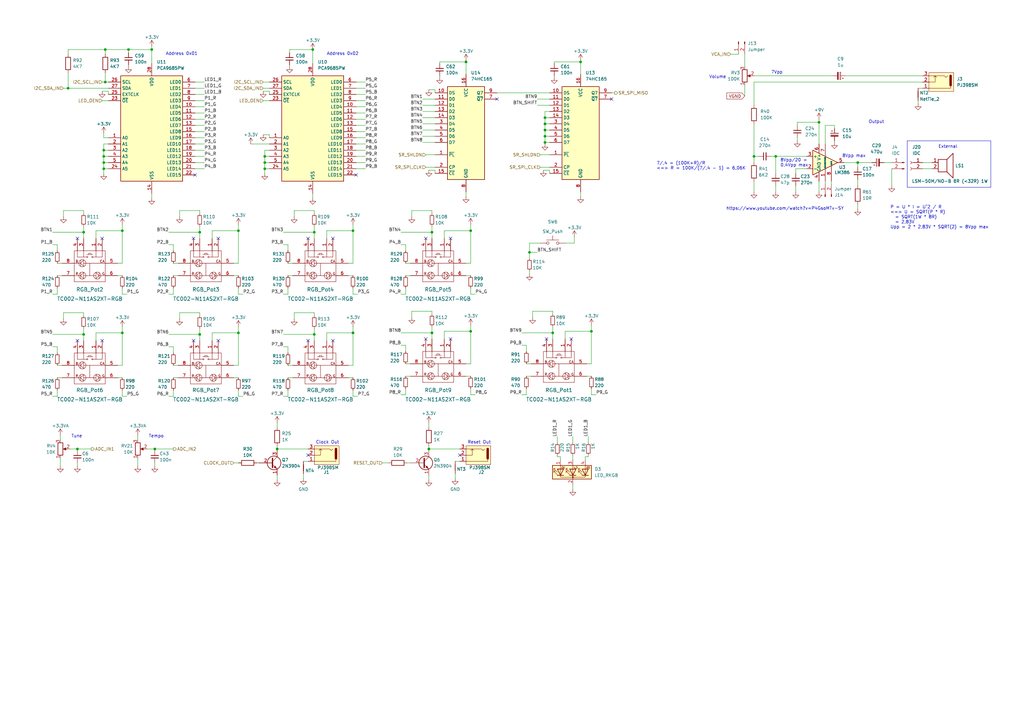
<source format=kicad_sch>
(kicad_sch (version 20230121) (generator eeschema)
  (paper "A3")
  (title_block (title "LivSynth - IO") (date "2022-07-18") (rev "${Version}") (company "SloBlo Labs"))
  (junction (at 144.78 94.615))
  (junction (at 108.585 66.675))
  (junction (at 42.545 64.135))
  (junction (at 62.23 20.32))
  (junction (at 52.705 20.32))
  (junction (at 34.29 95.25))
  (junction (at 42.545 66.675))
  (junction (at 97.79 94.615))
  (junction (at 175.895 184.15))
  (junction (at 42.545 69.215))
  (junction (at 128.27 20.32))
  (junction (at 128.905 137.16))
  (junction (at 223.52 58.42))
  (junction (at 242.57 135.89))
  (junction (at 351.79 66.675))
  (junction (at 97.79 136.525))
  (junction (at 238.125 25.4))
  (junction (at 335.915 50.165))
  (junction (at 81.915 137.16))
  (junction (at 27.94 36.195))
  (junction (at 177.165 136.525))
  (junction (at 226.695 136.525))
  (junction (at 31.75 184.15))
  (junction (at 108.585 64.135))
  (junction (at 193.04 94.615))
  (junction (at 223.52 50.8))
  (junction (at 81.915 95.25))
  (junction (at 318.135 64.135))
  (junction (at 43.18 33.655))
  (junction (at 113.665 184.15))
  (junction (at 191.135 25.4))
  (junction (at 144.78 136.525))
  (junction (at 50.165 136.525))
  (junction (at 177.165 95.25))
  (junction (at 42.545 61.595))
  (junction (at 50.165 94.615))
  (junction (at 128.905 95.25))
  (junction (at 43.18 20.32))
  (junction (at 193.04 135.89))
  (junction (at 63.5 184.15))
  (junction (at 217.17 103.505))
  (junction (at 309.245 64.135))
  (junction (at 223.52 48.26))
  (junction (at 34.29 137.16))
  (junction (at 108.585 69.215))
  (junction (at 223.52 53.34))
  (junction (at 223.52 55.88))
  (no_connect (at 234.315 139.065))
  (no_connect (at 224.155 139.065))
  (no_connect (at 79.375 97.79))
  (no_connect (at 203.835 40.64))
  (no_connect (at 80.01 71.755))
  (no_connect (at 31.75 97.79))
  (no_connect (at 41.91 97.79))
  (no_connect (at 126.365 139.7))
  (no_connect (at 188.595 186.69))
  (no_connect (at 89.535 97.79))
  (no_connect (at 184.785 97.79))
  (no_connect (at 250.825 40.64))
  (no_connect (at 31.75 139.7))
  (no_connect (at 136.525 139.7))
  (no_connect (at 184.785 139.065))
  (no_connect (at 41.91 139.7))
  (no_connect (at 146.05 71.755))
  (no_connect (at 126.365 186.69))
  (no_connect (at 126.365 97.79))
  (no_connect (at 136.525 97.79))
  (no_connect (at 79.375 139.7))
  (no_connect (at 89.535 139.7))
  (no_connect (at 174.625 97.79))
  (no_connect (at 174.625 139.065))
  (wire (pts (xy 173.355 55.88) (xy 178.435 55.88)))
  (wire (pts (xy 144.78 136.525) (xy 144.78 133.985)))
  (wire (pts (xy 309.245 64.135) (xy 311.15 64.135)))
  (wire (pts (xy 39.37 94.615) (xy 50.165 94.615)))
  (wire (pts (xy 34.29 128.27) (xy 34.29 129.54)))
  (wire (pts (xy 335.915 48.895) (xy 335.915 50.165)))
  (wire (pts (xy 221.615 63.5) (xy 225.425 63.5)))
  (wire (pts (xy 43.18 29.845) (xy 43.18 33.655)))
  (wire (pts (xy 240.665 149.225) (xy 242.57 149.225)))
  (wire (pts (xy 99.695 120.65) (xy 97.79 120.65)))
  (wire (pts (xy 175.895 194.945) (xy 175.895 196.85)))
  (wire (pts (xy 34.29 86.36) (xy 34.29 87.63)))
  (wire (pts (xy 203.835 38.1) (xy 225.425 38.1)))
  (wire (pts (xy 69.215 120.65) (xy 71.12 120.65)))
  (wire (pts (xy 69.215 100.33) (xy 71.12 100.33)))
  (wire (pts (xy 142.875 107.95) (xy 144.78 107.95)))
  (wire (pts (xy 80.01 51.435) (xy 83.82 51.435)))
  (wire (pts (xy 182.245 135.89) (xy 182.245 139.065)))
  (wire (pts (xy 242.57 161.925) (xy 242.57 159.385)))
  (wire (pts (xy 128.905 95.25) (xy 128.905 97.79)))
  (wire (pts (xy 42.545 69.215) (xy 44.45 69.215)))
  (wire (pts (xy 146.05 48.895) (xy 149.86 48.895)))
  (wire (pts (xy 220.345 43.18) (xy 225.425 43.18)))
  (wire (pts (xy 191.135 78.74) (xy 191.135 80.645)))
  (wire (pts (xy 305.435 22.225) (xy 305.435 27.305)))
  (wire (pts (xy 166.37 161.925) (xy 166.37 159.385)))
  (wire (pts (xy 193.04 94.615) (xy 193.04 107.95)))
  (wire (pts (xy 95.885 107.95) (xy 97.79 107.95)))
  (wire (pts (xy 21.59 95.25) (xy 34.29 95.25)))
  (wire (pts (xy 56.515 178.435) (xy 56.515 180.34)))
  (wire (pts (xy 318.135 64.135) (xy 318.135 71.12)))
  (wire (pts (xy 146.05 51.435) (xy 149.86 51.435)))
  (wire (pts (xy 191.135 154.305) (xy 193.04 154.305)))
  (wire (pts (xy 42.545 66.675) (xy 42.545 64.135)))
  (wire (pts (xy 241.3 187.325) (xy 241.3 186.69)))
  (wire (pts (xy 113.665 182.88) (xy 113.665 184.15)))
  (wire (pts (xy 250.825 38.1) (xy 252.095 38.1)))
  (wire (pts (xy 299.72 22.225) (xy 302.895 22.225)))
  (wire (pts (xy 81.915 95.25) (xy 81.915 97.79)))
  (wire (pts (xy 166.37 120.65) (xy 166.37 118.11)))
  (wire (pts (xy 217.17 103.505) (xy 220.345 103.505)))
  (wire (pts (xy 215.9 141.605) (xy 215.9 144.145)))
  (wire (pts (xy 327.025 51.435) (xy 327.025 50.165)))
  (wire (pts (xy 241.3 179.07) (xy 241.3 181.61)))
  (wire (pts (xy 142.875 113.03) (xy 144.78 113.03)))
  (wire (pts (xy 133.985 94.615) (xy 144.78 94.615)))
  (wire (pts (xy 175.895 184.15) (xy 175.895 184.785)))
  (wire (pts (xy 326.39 76.2) (xy 326.39 78.74)))
  (wire (pts (xy 378.46 69.215) (xy 382.27 69.215)))
  (wire (pts (xy 342.265 51.435) (xy 342.265 52.705)))
  (wire (pts (xy 52.705 26.67) (xy 52.705 27.305)))
  (wire (pts (xy 318.135 76.2) (xy 318.135 78.74)))
  (wire (pts (xy 164.465 120.65) (xy 166.37 120.65)))
  (wire (pts (xy 238.125 78.74) (xy 238.125 80.645)))
  (wire (pts (xy 217.17 111.125) (xy 217.17 112.395)))
  (wire (pts (xy 23.495 162.56) (xy 23.495 160.02)))
  (wire (pts (xy 194.945 161.925) (xy 193.04 161.925)))
  (wire (pts (xy 128.905 128.27) (xy 128.905 129.54)))
  (wire (pts (xy 31.75 184.15) (xy 31.75 184.785)))
  (wire (pts (xy 234.95 186.69) (xy 234.95 188.595)))
  (wire (pts (xy 193.04 120.65) (xy 193.04 118.11)))
  (wire (pts (xy 24.765 178.435) (xy 24.765 180.34)))
  (wire (pts (xy 26.035 36.195) (xy 27.94 36.195)))
  (wire (pts (xy 50.165 136.525) (xy 50.165 133.985)))
  (wire (pts (xy 69.215 95.25) (xy 81.915 95.25)))
  (wire (pts (xy 177.165 86.36) (xy 177.165 87.63)))
  (wire (pts (xy 95.885 154.94) (xy 97.79 154.94)))
  (wire (pts (xy 166.37 154.305) (xy 168.275 154.305)))
  (wire (pts (xy 113.665 184.15) (xy 113.665 184.785)))
  (wire (pts (xy 97.79 136.525) (xy 97.79 149.86)))
  (wire (pts (xy 102.87 59.055) (xy 110.49 59.055)))
  (wire (pts (xy 305.435 34.925) (xy 305.435 39.37)))
  (wire (pts (xy 80.01 66.675) (xy 83.82 66.675)))
  (wire (pts (xy 156.845 189.865) (xy 159.385 189.865)))
  (wire (pts (xy 116.205 95.25) (xy 128.905 95.25)))
  (wire (pts (xy 191.135 107.95) (xy 193.04 107.95)))
  (polyline (pts (xy 372.11 57.785) (xy 406.4 57.785)))
  (wire (pts (xy 226.695 136.525) (xy 226.695 139.065)))
  (wire (pts (xy 26.035 88.9) (xy 26.035 86.36)))
  (wire (pts (xy 335.915 50.165) (xy 335.915 59.055)))
  (wire (pts (xy 80.01 69.215) (xy 83.82 69.215)))
  (wire (pts (xy 73.66 128.27) (xy 81.915 128.27)))
  (wire (pts (xy 142.875 154.94) (xy 144.78 154.94)))
  (wire (pts (xy 164.465 95.25) (xy 177.165 95.25)))
  (wire (pts (xy 80.01 43.815) (xy 83.82 43.815)))
  (wire (pts (xy 223.52 50.8) (xy 223.52 48.26)))
  (wire (pts (xy 240.665 154.305) (xy 242.57 154.305)))
  (wire (pts (xy 80.01 59.055) (xy 83.82 59.055)))
  (wire (pts (xy 23.495 149.86) (xy 25.4 149.86)))
  (wire (pts (xy 39.37 136.525) (xy 39.37 139.7)))
  (wire (pts (xy 168.91 86.36) (xy 177.165 86.36)))
  (wire (pts (xy 128.27 79.375) (xy 128.27 81.28)))
  (wire (pts (xy 23.495 107.95) (xy 25.4 107.95)))
  (wire (pts (xy 177.165 127.635) (xy 177.165 128.905)))
  (wire (pts (xy 146.685 120.65) (xy 144.78 120.65)))
  (wire (pts (xy 128.905 134.62) (xy 128.905 137.16)))
  (wire (pts (xy 223.52 48.26) (xy 223.52 45.72)))
  (wire (pts (xy 42.545 64.135) (xy 44.45 64.135)))
  (wire (pts (xy 213.995 161.925) (xy 215.9 161.925)))
  (wire (pts (xy 327.025 50.165) (xy 335.915 50.165)))
  (wire (pts (xy 144.78 120.65) (xy 144.78 118.11)))
  (wire (pts (xy 174.625 63.5) (xy 178.435 63.5)))
  (wire (pts (xy 118.11 107.95) (xy 120.015 107.95)))
  (wire (pts (xy 120.65 88.9) (xy 120.65 86.36)))
  (wire (pts (xy 62.23 19.05) (xy 62.23 20.32)))
  (wire (pts (xy 351.79 66.675) (xy 357.505 66.675)))
  (wire (pts (xy 128.27 20.32) (xy 128.27 26.035)))
  (wire (pts (xy 113.665 173.355) (xy 113.665 175.26)))
  (wire (pts (xy 86.995 94.615) (xy 86.995 97.79)))
  (wire (pts (xy 166.37 100.33) (xy 166.37 102.87)))
  (wire (pts (xy 27.94 29.845) (xy 27.94 36.195)))
  (wire (pts (xy 173.355 45.72) (xy 178.435 45.72)))
  (wire (pts (xy 193.04 135.89) (xy 193.04 133.35)))
  (wire (pts (xy 124.46 189.23) (xy 126.365 189.23)))
  (wire (pts (xy 120.65 130.81) (xy 120.65 128.27)))
  (wire (pts (xy 34.29 95.25) (xy 34.29 97.79)))
  (wire (pts (xy 180.34 25.4) (xy 191.135 25.4)))
  (wire (pts (xy 63.5 189.865) (xy 63.5 191.135)))
  (wire (pts (xy 240.03 187.325) (xy 241.3 187.325)))
  (wire (pts (xy 60.325 184.15) (xy 63.5 184.15)))
  (wire (pts (xy 27.94 20.32) (xy 43.18 20.32)))
  (wire (pts (xy 108.585 61.595) (xy 110.49 61.595)))
  (wire (pts (xy 175.895 36.83) (xy 178.435 36.83)))
  (wire (pts (xy 191.135 149.225) (xy 193.04 149.225)))
  (wire (pts (xy 146.05 61.595) (xy 149.86 61.595)))
  (wire (pts (xy 107.95 41.275) (xy 110.49 41.275)))
  (wire (pts (xy 231.775 135.89) (xy 231.775 139.065)))
  (wire (pts (xy 97.79 94.615) (xy 97.79 107.95)))
  (wire (pts (xy 177.165 136.525) (xy 177.165 139.065)))
  (wire (pts (xy 223.52 53.34) (xy 225.425 53.34)))
  (wire (pts (xy 193.04 92.075) (xy 193.04 94.615)))
  (wire (pts (xy 23.495 113.03) (xy 25.4 113.03)))
  (wire (pts (xy 223.52 48.26) (xy 225.425 48.26)))
  (wire (pts (xy 86.995 94.615) (xy 97.79 94.615)))
  (wire (pts (xy 222.885 69.85) (xy 225.425 69.85)))
  (wire (pts (xy 146.05 56.515) (xy 149.86 56.515)))
  (wire (pts (xy 215.9 149.225) (xy 217.805 149.225)))
  (wire (pts (xy 167.005 189.865) (xy 168.275 189.865)))
  (wire (pts (xy 50.165 162.56) (xy 50.165 160.02)))
  (wire (pts (xy 168.91 88.9) (xy 168.91 86.36)))
  (wire (pts (xy 52.705 20.32) (xy 52.705 21.59)))
  (wire (pts (xy 81.915 92.71) (xy 81.915 95.25)))
  (wire (pts (xy 34.29 134.62) (xy 34.29 137.16)))
  (wire (pts (xy 231.775 135.89) (xy 242.57 135.89)))
  (wire (pts (xy 223.52 50.8) (xy 225.425 50.8)))
  (wire (pts (xy 144.78 162.56) (xy 144.78 160.02)))
  (wire (pts (xy 173.355 48.26) (xy 178.435 48.26)))
  (wire (pts (xy 73.66 86.36) (xy 81.915 86.36)))
  (wire (pts (xy 21.59 162.56) (xy 23.495 162.56)))
  (wire (pts (xy 229.87 187.325) (xy 228.6 187.325)))
  (wire (pts (xy 238.125 25.4) (xy 238.125 30.48)))
  (wire (pts (xy 142.875 149.86) (xy 144.78 149.86)))
  (wire (pts (xy 118.745 26.67) (xy 118.745 27.305)))
  (wire (pts (xy 86.995 136.525) (xy 97.79 136.525)))
  (wire (pts (xy 71.12 162.56) (xy 71.12 160.02)))
  (wire (pts (xy 234.95 198.755) (xy 234.95 200.66)))
  (wire (pts (xy 193.04 161.925) (xy 193.04 159.385)))
  (wire (pts (xy 213.995 141.605) (xy 215.9 141.605)))
  (wire (pts (xy 42.545 59.055) (xy 44.45 59.055)))
  (wire (pts (xy 44.45 37.465) (xy 44.45 38.735)))
  (wire (pts (xy 56.515 187.96) (xy 56.515 191.135)))
  (wire (pts (xy 223.52 58.42) (xy 223.52 55.88)))
  (wire (pts (xy 107.95 36.195) (xy 110.49 36.195)))
  (wire (pts (xy 21.59 100.33) (xy 23.495 100.33)))
  (wire (pts (xy 116.205 162.56) (xy 118.11 162.56)))
  (wire (pts (xy 50.165 136.525) (xy 50.165 149.86)))
  (wire (pts (xy 338.455 51.435) (xy 342.265 51.435)))
  (wire (pts (xy 173.355 40.64) (xy 178.435 40.64)))
  (wire (pts (xy 166.37 141.605) (xy 166.37 144.145)))
  (wire (pts (xy 309.245 33.655) (xy 378.46 33.655)))
  (wire (pts (xy 113.665 184.15) (xy 126.365 184.15)))
  (wire (pts (xy 62.23 20.32) (xy 62.23 26.035)))
  (wire (pts (xy 228.6 179.07) (xy 228.6 181.61)))
  (wire (pts (xy 178.435 69.85) (xy 178.435 71.12)))
  (wire (pts (xy 231.775 99.695) (xy 235.585 99.695)))
  (wire (pts (xy 110.49 55.245) (xy 110.49 56.515)))
  (wire (pts (xy 69.215 137.16) (xy 81.915 137.16)))
  (wire (pts (xy 318.135 64.135) (xy 330.835 64.135)))
  (wire (pts (xy 164.465 141.605) (xy 166.37 141.605)))
  (wire (pts (xy 118.745 20.32) (xy 128.27 20.32)))
  (wire (pts (xy 69.215 142.24) (xy 71.12 142.24)))
  (wire (pts (xy 335.915 74.295) (xy 335.915 78.74)))
  (wire (pts (xy 50.165 107.95) (xy 50.165 94.615)))
  (wire (pts (xy 23.495 154.94) (xy 25.4 154.94)))
  (wire (pts (xy 146.05 59.055) (xy 149.86 59.055)))
  (wire (pts (xy 326.39 69.215) (xy 330.835 69.215)))
  (wire (pts (xy 97.79 136.525) (xy 97.79 133.985)))
  (wire (pts (xy 43.18 20.32) (xy 43.18 22.225)))
  (wire (pts (xy 217.17 99.695) (xy 217.17 103.505)))
  (wire (pts (xy 80.01 64.135) (xy 83.82 64.135)))
  (wire (pts (xy 118.11 100.33) (xy 118.11 102.87)))
  (wire (pts (xy 80.01 41.275) (xy 83.82 41.275)))
  (wire (pts (xy 108.585 64.135) (xy 110.49 64.135)))
  (wire (pts (xy 340.995 74.295) (xy 340.995 75.565)))
  (wire (pts (xy 146.05 43.815) (xy 149.86 43.815)))
  (wire (pts (xy 186.69 194.31) (xy 186.69 196.215)))
  (wire (pts (xy 164.465 161.925) (xy 166.37 161.925)))
  (wire (pts (xy 80.01 38.735) (xy 83.82 38.735)))
  (wire (pts (xy 229.87 188.595) (xy 229.87 187.325)))
  (wire (pts (xy 23.495 120.65) (xy 23.495 118.11)))
  (wire (pts (xy 80.01 61.595) (xy 83.82 61.595)))
  (wire (pts (xy 133.985 94.615) (xy 133.985 97.79)))
  (wire (pts (xy 42.545 66.675) (xy 44.45 66.675)))
  (wire (pts (xy 173.355 50.8) (xy 178.435 50.8)))
  (wire (pts (xy 105.41 189.865) (xy 106.045 189.865)))
  (wire (pts (xy 69.215 162.56) (xy 71.12 162.56)))
  (wire (pts (xy 166.37 113.03) (xy 168.275 113.03)))
  (wire (pts (xy 42.545 64.135) (xy 42.545 61.595)))
  (wire (pts (xy 63.5 184.15) (xy 63.5 184.785)))
  (wire (pts (xy 146.05 69.215) (xy 149.86 69.215)))
  (wire (pts (xy 116.205 142.24) (xy 118.11 142.24)))
  (wire (pts (xy 108.585 64.135) (xy 108.585 61.595)))
  (wire (pts (xy 41.91 33.655) (xy 43.18 33.655)))
  (wire (pts (xy 116.205 100.33) (xy 118.11 100.33)))
  (wire (pts (xy 42.545 61.595) (xy 44.45 61.595)))
  (wire (pts (xy 118.745 20.32) (xy 118.745 21.59)))
  (wire (pts (xy 133.985 136.525) (xy 133.985 139.7)))
  (wire (pts (xy 234.95 179.07) (xy 234.95 181.61)))
  (wire (pts (xy 223.52 55.88) (xy 225.425 55.88)))
  (wire (pts (xy 164.465 100.33) (xy 166.37 100.33)))
  (wire (pts (xy 62.23 79.375) (xy 62.23 81.28)))
  (wire (pts (xy 217.17 106.045) (xy 217.17 103.505)))
  (wire (pts (xy 120.65 86.36) (xy 128.905 86.36)))
  (wire (pts (xy 43.18 33.655) (xy 44.45 33.655)))
  (wire (pts (xy 182.245 135.89) (xy 193.04 135.89)))
  (wire (pts (xy 175.895 173.355) (xy 175.895 175.26)))
  (polyline (pts (xy 372.11 76.835) (xy 406.4 76.835)))
  (wire (pts (xy 128.905 86.36) (xy 128.905 87.63)))
  (wire (pts (xy 26.035 128.27) (xy 34.29 128.27)))
  (wire (pts (xy 180.34 31.115) (xy 180.34 31.75)))
  (wire (pts (xy 23.495 142.24) (xy 23.495 144.78)))
  (wire (pts (xy 226.695 127.635) (xy 226.695 128.905)))
  (wire (pts (xy 50.165 94.615) (xy 50.165 92.075)))
  (wire (pts (xy 118.11 142.24) (xy 118.11 144.78)))
  (wire (pts (xy 52.07 162.56) (xy 50.165 162.56)))
  (wire (pts (xy 128.905 92.71) (xy 128.905 95.25)))
  (wire (pts (xy 28.575 184.15) (xy 31.75 184.15)))
  (wire (pts (xy 116.205 137.16) (xy 128.905 137.16)))
  (wire (pts (xy 108.585 66.675) (xy 108.585 64.135)))
  (wire (pts (xy 191.135 25.4) (xy 191.135 30.48)))
  (wire (pts (xy 309.245 50.8) (xy 309.245 64.135)))
  (wire (pts (xy 223.52 55.88) (xy 223.52 53.34)))
  (wire (pts (xy 97.79 120.65) (xy 97.79 118.11)))
  (wire (pts (xy 175.895 182.88) (xy 175.895 184.15)))
  (wire (pts (xy 97.79 162.56) (xy 97.79 160.02)))
  (wire (pts (xy 178.435 36.83) (xy 178.435 38.1)))
  (wire (pts (xy 175.895 69.85) (xy 178.435 69.85)))
  (wire (pts (xy 173.355 43.18) (xy 178.435 43.18)))
  (wire (pts (xy 217.17 99.695) (xy 221.615 99.695)))
  (wire (pts (xy 365.76 76.2) (xy 365.76 69.215)))
  (wire (pts (xy 326.39 71.12) (xy 326.39 69.215)))
  (wire (pts (xy 144.78 136.525) (xy 144.78 149.86)))
  (wire (pts (xy 218.44 130.175) (xy 218.44 127.635)))
  (wire (pts (xy 26.035 86.36) (xy 34.29 86.36)))
  (wire (pts (xy 95.885 113.03) (xy 97.79 113.03)))
  (wire (pts (xy 80.01 48.895) (xy 83.82 48.895)))
  (wire (pts (xy 71.12 100.33) (xy 71.12 102.87)))
  (wire (pts (xy 108.585 66.675) (xy 110.49 66.675)))
  (wire (pts (xy 174.625 68.58) (xy 178.435 68.58)))
  (wire (pts (xy 71.12 113.03) (xy 73.025 113.03)))
  (wire (pts (xy 71.12 149.86) (xy 73.025 149.86)))
  (wire (pts (xy 108.585 71.12) (xy 108.585 69.215)))
  (wire (pts (xy 223.52 53.34) (xy 223.52 50.8)))
  (wire (pts (xy 227.33 26.035) (xy 227.33 25.4)))
  (wire (pts (xy 309.245 33.655) (xy 309.245 43.18)))
  (wire (pts (xy 80.01 46.355) (xy 83.82 46.355)))
  (wire (pts (xy 191.135 24.765) (xy 191.135 25.4)))
  (wire (pts (xy 80.01 36.195) (xy 83.82 36.195)))
  (wire (pts (xy 27.94 22.225) (xy 27.94 20.32)))
  (wire (pts (xy 164.465 136.525) (xy 177.165 136.525)))
  (wire (pts (xy 80.01 56.515) (xy 83.82 56.515)))
  (wire (pts (xy 327.025 56.515) (xy 327.025 57.785)))
  (wire (pts (xy 182.245 94.615) (xy 193.04 94.615)))
  (wire (pts (xy 220.345 40.64) (xy 225.425 40.64)))
  (wire (pts (xy 21.59 137.16) (xy 34.29 137.16)))
  (wire (pts (xy 215.9 154.305) (xy 217.805 154.305)))
  (wire (pts (xy 235.585 97.155) (xy 235.585 99.695)))
  (wire (pts (xy 215.9 161.925) (xy 215.9 159.385)))
  (wire (pts (xy 43.18 20.32) (xy 52.705 20.32)))
  (wire (pts (xy 309.245 64.135) (xy 309.245 66.675)))
  (wire (pts (xy 146.05 33.655) (xy 149.86 33.655)))
  (wire (pts (xy 146.05 36.195) (xy 149.86 36.195)))
  (wire (pts (xy 338.455 74.295) (xy 338.455 75.565)))
  (wire (pts (xy 309.245 74.295) (xy 309.245 78.74)))
  (wire (pts (xy 168.91 130.175) (xy 168.91 127.635)))
  (wire (pts (xy 228.6 187.325) (xy 228.6 186.69)))
  (wire (pts (xy 42.545 71.12) (xy 42.545 69.215)))
  (wire (pts (xy 144.78 94.615) (xy 144.78 92.075)))
  (wire (pts (xy 27.94 36.195) (xy 44.45 36.195)))
  (wire (pts (xy 97.79 94.615) (xy 97.79 92.075)))
  (wire (pts (xy 180.34 26.035) (xy 180.34 25.4)))
  (wire (pts (xy 146.05 41.275) (xy 149.86 41.275)))
  (wire (pts (xy 177.165 95.25) (xy 177.165 97.79)))
  (wire (pts (xy 118.11 120.65) (xy 118.11 118.11)))
  (wire (pts (xy 39.37 94.615) (xy 39.37 97.79)))
  (wire (pts (xy 23.495 100.33) (xy 23.495 102.87)))
  (wire (pts (xy 116.205 120.65) (xy 118.11 120.65)))
  (wire (pts (xy 242.57 135.89) (xy 242.57 149.225)))
  (wire (pts (xy 194.945 120.65) (xy 193.04 120.65)))
  (wire (pts (xy 351.79 83.82) (xy 351.79 85.725)))
  (wire (pts (xy 21.59 120.65) (xy 23.495 120.65)))
  (wire (pts (xy 63.5 184.15) (xy 71.12 184.15)))
  (wire (pts (xy 124.46 194.31) (xy 124.46 196.215)))
  (wire (pts (xy 173.355 53.34) (xy 178.435 53.34)))
  (wire (pts (xy 362.585 66.675) (xy 365.76 66.675)))
  (wire (pts (xy 342.265 57.785) (xy 342.265 58.42)))
  (wire (pts (xy 108.585 69.215) (xy 108.585 66.675)))
  (wire (pts (xy 107.95 37.465) (xy 110.49 37.465)))
  (wire (pts (xy 193.04 135.89) (xy 193.04 149.225)))
  (wire (pts (xy 80.01 33.655) (xy 83.82 33.655)))
  (wire (pts (xy 110.49 37.465) (xy 110.49 38.735)))
  (wire (pts (xy 26.035 130.81) (xy 26.035 128.27)))
  (wire (pts (xy 146.685 162.56) (xy 144.78 162.56)))
  (wire (pts (xy 351.79 73.66) (xy 351.79 76.2)))
  (wire (pts (xy 221.615 68.58) (xy 225.425 68.58)))
  (wire (pts (xy 351.79 66.675) (xy 351.79 68.58)))
  (wire (pts (xy 42.545 61.595) (xy 42.545 59.055)))
  (wire (pts (xy 346.71 31.115) (xy 378.46 31.115)))
  (wire (pts (xy 31.75 189.865) (xy 31.75 191.135)))
  (wire (pts (xy 73.66 88.9) (xy 73.66 86.36)))
  (wire (pts (xy 346.075 66.675) (xy 351.79 66.675)))
  (wire (pts (xy 71.12 142.24) (xy 71.12 144.78)))
  (wire (pts (xy 191.135 113.03) (xy 193.04 113.03)))
  (wire (pts (xy 118.11 154.94) (xy 120.015 154.94)))
  (wire (pts (xy 168.91 127.635) (xy 177.165 127.635)))
  (polyline (pts (xy 406.4 76.835) (xy 406.4 57.785)))
  (wire (pts (xy 133.985 136.525) (xy 144.78 136.525)))
  (wire (pts (xy 34.29 92.71) (xy 34.29 95.25)))
  (wire (pts (xy 316.23 64.135) (xy 318.135 64.135)))
  (wire (pts (xy 99.695 162.56) (xy 97.79 162.56)))
  (wire (pts (xy 41.91 41.275) (xy 44.45 41.275)))
  (wire (pts (xy 31.75 184.15) (xy 37.465 184.15)))
  (polyline (pts (xy 372.11 57.785) (xy 372.11 76.835)))
  (wire (pts (xy 146.05 46.355) (xy 149.86 46.355)))
  (wire (pts (xy 52.07 120.65) (xy 50.165 120.65)))
  (wire (pts (xy 107.95 55.245) (xy 110.49 55.245)))
  (wire (pts (xy 182.245 94.615) (xy 182.245 97.79)))
  (wire (pts (xy 177.165 92.71) (xy 177.165 95.25)))
  (wire (pts (xy 227.33 25.4) (xy 238.125 25.4)))
  (wire (pts (xy 50.165 120.65) (xy 50.165 118.11)))
  (wire (pts (xy 108.585 69.215) (xy 110.49 69.215)))
  (wire (pts (xy 223.52 59.055) (xy 223.52 58.42)))
  (wire (pts (xy 146.05 53.975) (xy 149.86 53.975)))
  (wire (pts (xy 48.26 149.86) (xy 50.165 149.86)))
  (wire (pts (xy 376.555 36.195) (xy 378.46 36.195)))
  (wire (pts (xy 48.26 113.03) (xy 50.165 113.03)))
  (wire (pts (xy 113.665 194.945) (xy 113.665 196.85)))
  (wire (pts (xy 86.995 136.525) (xy 86.995 139.7)))
  (wire (pts (xy 95.885 189.865) (xy 97.79 189.865)))
  (wire (pts (xy 166.37 107.95) (xy 168.275 107.95)))
  (wire (pts (xy 71.12 154.94) (xy 73.025 154.94)))
  (wire (pts (xy 48.26 154.94) (xy 50.165 154.94)))
  (wire (pts (xy 225.425 69.85) (xy 225.425 71.12)))
  (wire (pts (xy 226.695 133.985) (xy 226.695 136.525)))
  (wire (pts (xy 146.05 66.675) (xy 149.86 66.675)))
  (wire (pts (xy 309.245 31.115) (xy 341.63 31.115)))
  (wire (pts (xy 34.29 137.16) (xy 34.29 139.7)))
  (wire (pts (xy 48.26 107.95) (xy 50.165 107.95)))
  (wire (pts (xy 175.895 184.15) (xy 188.595 184.15)))
  (wire (pts (xy 42.545 69.215) (xy 42.545 66.675)))
  (wire (pts (xy 81.915 137.16) (xy 81.915 139.7)))
  (wire (pts (xy 173.355 58.42) (xy 178.435 58.42)))
  (wire (pts (xy 186.69 189.23) (xy 188.595 189.23)))
  (wire (pts (xy 242.57 135.89) (xy 242.57 133.35)))
  (wire (pts (xy 223.52 45.72) (xy 225.425 45.72)))
  (wire (pts (xy 41.91 37.465) (xy 44.45 37.465)))
  (wire (pts (xy 80.01 53.975) (xy 83.82 53.975)))
  (wire (pts (xy 95.885 149.86) (xy 97.79 149.86)))
  (wire (pts (xy 146.05 64.135) (xy 149.86 64.135)))
  (wire (pts (xy 213.995 136.525) (xy 226.695 136.525)))
  (wire (pts (xy 378.46 66.675) (xy 382.27 66.675)))
  (wire (pts (xy 244.475 161.925) (xy 242.57 161.925)))
  (wire (pts (xy 120.65 128.27) (xy 128.905 128.27)))
  (wire (pts (xy 240.03 188.595) (xy 240.03 187.325)))
  (wire (pts (xy 24.765 187.96) (xy 24.765 191.135)))
  (wire (pts (xy 118.11 162.56) (xy 118.11 160.02)))
  (wire (pts (xy 71.12 120.65) (xy 71.12 118.11)))
  (wire (pts (xy 223.52 58.42) (xy 225.425 58.42)))
  (wire (pts (xy 81.915 134.62) (xy 81.915 137.16)))
  (wire (pts (xy 107.95 33.655) (xy 110.49 33.655)))
  (wire (pts (xy 81.915 86.36) (xy 81.915 87.63)))
  (wire (pts (xy 227.33 31.115) (xy 227.33 31.75)))
  (wire (pts (xy 118.11 149.86) (xy 120.015 149.86)))
  (wire (pts (xy 81.915 128.27) (xy 81.915 129.54)))
  (wire (pts (xy 73.66 130.81) (xy 73.66 128.27)))
  (wire (pts (xy 39.37 136.525) (xy 50.165 136.525)))
  (wire (pts (xy 71.12 107.95) (xy 73.025 107.95)))
  (wire (pts (xy 42.545 56.515) (xy 42.545 54.61)))
  (wire (pts (xy 376.555 41.275) (xy 376.555 42.545)))
  (wire (pts (xy 166.37 149.225) (xy 168.275 149.225)))
  (wire (pts (xy 338.455 59.055) (xy 338.455 51.435)))
  (wire (pts (xy 238.125 24.765) (xy 238.125 25.4)))
  (wire (pts (xy 52.705 20.32) (xy 62.23 20.32)))
  (wire (pts (xy 21.59 142.24) (xy 23.495 142.24)))
  (wire (pts (xy 218.44 127.635) (xy 226.695 127.635)))
  (wire (pts (xy 128.905 137.16) (xy 128.905 139.7)))
  (wire (pts (xy 44.45 56.515) (xy 42.545 56.515)))
  (wire (pts (xy 144.78 94.615) (xy 144.78 107.95)))
  (wire (pts (xy 177.165 133.985) (xy 177.165 136.525)))
  (wire (pts (xy 118.11 113.03) (xy 120.015 113.03)))
  (wire (pts (xy 146.05 38.735) (xy 149.86 38.735)))
  (text "Address 0x01" (at 67.945 22.86 0) (effects (font (size 1.27 1.27)) (justify left bottom)))
  (text "Clock Out" (at 129.54 182.245 0) (effects (font (size 1.27 1.27)) (justify left bottom)))
  (text "8Vpp/20 =\n0,4Vpp max" (at 320.04 68.58 0) (effects (font (size 1.27 1.27)) (justify left bottom)))
  (text "https://www.youtube.com/watch?v=P4GsoMTv-SY" (at 297.815 86.36 0) (effects (font (size 1.27 1.27)) (justify left bottom)))
  (text "Tempo" (at 60.96 179.705 0) (effects (font (size 1.27 1.27)) (justify left bottom)))
  (text "Tune" (at 29.21 179.705 0) (effects (font (size 1.27 1.27)) (justify left bottom)))
  (text "Output" (at 356.235 50.8 0) (effects (font (size 1.27 1.27)) (justify left bottom)))
  (text "7/,4 = (100K+R)/R\n<=> R = 100K/(7/,4 - 1) = 6,06K" (at 269.24 69.85 0) (effects (font (size 1.27 1.27)) (justify left bottom)))
  (text "Address 0x02" (at 133.985 22.86 0) (effects (font (size 1.27 1.27)) (justify left bottom)))
  (text "Volume" (at 290.83 32.385 0) (effects (font (size 1.27 1.27)) (justify left bottom)))
  (text "Reset Out" (at 191.77 182.245 0) (effects (font (size 1.27 1.27)) (justify left bottom)))
  (text "External" (at 384.81 60.96 0) (effects (font (size 1.27 1.27)) (justify left bottom)))
  (text "8Vpp max" (at 345.44 64.77 0) (effects (font (size 1.27 1.27)) (justify left bottom)))
  (text "P = U * I = U^2 / R\n<=> U = SQRT(P * R)\n  = SQRT(1W * 8R)\n  = 2,83V\nUpp = 2 * 2,83V * SQRT(2) = 8Vpp max" (at 365.125 93.98 0) (effects (font (size 1.27 1.27)) (justify left bottom)))
  (text "7Vpp" (at 316.23 30.48 0) (effects (font (size 1.27 1.27)) (justify left bottom)))
  (label "P2_R" (at 69.215 120.65 180))
  (label "P5_G" (at 149.86 36.195 0))
  (label "P3_G" (at 146.685 120.65 0))
  (label "P2_B" (at 69.215 100.33 180))
  (label "BTN4" (at 164.465 95.25 180))
  (label "LED1_B" (at 83.82 38.735 0))
  (label "P5_G" (at 52.07 162.56 0))
  (label "P2_B" (at 83.82 53.975 0))
  (label "P7_G" (at 146.685 162.56 0))
  (label "LED1_R" (at 228.6 179.07 90))
  (label "BTN1" (at 173.355 40.64 180))
  (label "P4_G" (at 194.945 120.65 0))
  (label "P6_B" (at 69.215 142.24 180))
  (label "P1_R" (at 21.59 120.65 180))
  (label "P6_G" (at 149.86 43.815 0))
  (label "P1_G" (at 52.07 120.65 0))
  (label "P4_B" (at 164.465 100.33 180))
  (label "BTN3" (at 116.205 95.25 180))
  (label "P6_R" (at 69.215 162.56 180))
  (label "P8_R" (at 164.465 161.925 180))
  (label "BTN4" (at 173.355 48.26 180))
  (label "P5_R" (at 149.86 33.655 0))
  (label "LED1_G" (at 83.82 36.195 0))
  (label "BTN5" (at 21.59 137.16 180))
  (label "P7_G" (at 149.86 51.435 0))
  (label "P8_R" (at 149.86 56.515 0))
  (label "P7_R" (at 149.86 48.895 0))
  (label "P3_G" (at 83.82 59.055 0))
  (label "BTN7" (at 116.205 137.16 180))
  (label "P7_B" (at 116.205 142.24 180))
  (label "BTN6" (at 69.215 137.16 180))
  (label "BTN2" (at 173.355 43.18 180))
  (label "P1_B" (at 83.82 46.355 0))
  (label "BTN_SHIFT" (at 220.345 103.505 0))
  (label "P5_R" (at 21.59 162.56 180))
  (label "P4_R" (at 83.82 64.135 0))
  (label "P5_B" (at 21.59 142.24 180))
  (label "P5_B" (at 149.86 38.735 0))
  (label "BTN8" (at 164.465 136.525 180))
  (label "P2_G" (at 99.695 120.65 0))
  (label "P9_B" (at 213.995 141.605 180))
  (label "P1_B" (at 21.59 100.33 180))
  (label "LED1_G" (at 234.95 179.07 90))
  (label "LED1_B" (at 241.3 179.07 90))
  (label "P6_R" (at 149.86 41.275 0))
  (label "BTN6" (at 173.355 53.34 180))
  (label "P2_R" (at 83.82 48.895 0))
  (label "P3_B" (at 83.82 61.595 0))
  (label "BTN1" (at 21.59 95.25 180))
  (label "BTN_SHIFT" (at 220.345 43.18 180))
  (label "P3_R" (at 116.205 120.65 180))
  (label "BTN3" (at 173.355 45.72 180))
  (label "P9_R" (at 149.86 64.135 0))
  (label "P3_R" (at 83.82 56.515 0))
  (label "P6_B" (at 149.86 46.355 0))
  (label "BTN5" (at 173.355 50.8 180))
  (label "BTN8" (at 173.355 58.42 180))
  (label "P2_G" (at 83.82 51.435 0))
  (label "P9_R" (at 213.995 161.925 180))
  (label "P9_G" (at 244.475 161.925 0))
  (label "P8_B" (at 149.86 61.595 0))
  (label "BTN9" (at 220.345 40.64 180))
  (label "P1_R" (at 83.82 41.275 0))
  (label "P9_B" (at 149.86 69.215 0))
  (label "P9_G" (at 149.86 66.675 0))
  (label "BTN2" (at 69.215 95.25 180))
  (label "P7_R" (at 116.205 162.56 180))
  (label "P8_G" (at 149.86 59.055 0))
  (label "BTN7" (at 173.355 55.88 180))
  (label "P8_G" (at 194.945 161.925 0))
  (label "BTN9" (at 213.995 136.525 180))
  (label "P4_R" (at 164.465 120.65 180))
  (label "P7_B" (at 149.86 53.975 0))
  (label "P1_G" (at 83.82 43.815 0))
  (label "LED1_R" (at 83.82 33.655 0))
  (label "P8_B" (at 164.465 141.605 180))
  (label "P6_G" (at 99.695 162.56 0))
  (label "P4_G" (at 83.82 66.675 0))
  (label "P3_B" (at 116.205 100.33 180))
  (label "P4_B" (at 83.82 69.215 0))
  (global_label "VGND" (shape input) (at 305.435 39.37 180) (property "Intersheetrefs" "${INTERSHEET_REFS}" (effects hide)))
  (hierarchical_label "ADC_IN2" (shape output) (at 71.12 184.15 0))
  (hierarchical_label "RESET_OUT" (shape input) (at 156.845 189.865 180))
  (hierarchical_label "LED_OEN" (shape input) (at 107.95 41.275 180))
  (hierarchical_label "SR_SPI_MISO" (shape output) (at 252.095 38.1 0))
  (hierarchical_label "I2C_SCL_IN" (shape input) (at 41.91 33.655 180))
  (hierarchical_label "CLOCK_OUT" (shape input) (at 95.885 189.865 180))
  (hierarchical_label "I2C_SDA_IN" (shape input) (at 107.95 36.195 180))
  (hierarchical_label "VCA_IN" (shape input) (at 299.72 22.225 180))
  (hierarchical_label "I2C_SDA_IN" (shape input) (at 26.035 36.195 180))
  (hierarchical_label "SR_SHLDN" (shape input) (at 174.625 63.5 180))
  (hierarchical_label "ADC_IN1" (shape output) (at 37.465 184.15 0))
  (hierarchical_label "SR_SHLDN" (shape input) (at 221.615 63.5 180))
  (hierarchical_label "LED_OEN" (shape input) (at 41.91 41.275 180))
  (hierarchical_label "SR_SPI_CLK" (shape input) (at 174.625 68.58 180))
  (hierarchical_label "SR_SPI_CLK" (shape input) (at 221.615 68.58 180))
  (hierarchical_label "I2C_SCL_IN" (shape input) (at 107.95 33.655 180))
  (symbol (lib_id "power:GND") (at 56.515 191.135 0) (unit 1)
    (property "Reference" "#PWR0120" (effects hide))
    (property "Value" "GND" (effects hide))
  )
  (symbol (lib_id "power:GND") (at 175.895 36.83 0) (unit 1)
    (property "Reference" "#PWR070" (effects hide))
    (property "Value" "GND" (effects hide))
  )
  (symbol (lib_id "power:GND") (at 175.895 69.85 0) (unit 1)
    (property "Reference" "#PWR080" (effects hide))
    (property "Value" "GND" (effects hide))
  )
  (symbol (lib_id "Device:R") (at 101.6 189.865 90) (unit 1)
    (property "Reference" "R30" (at 101.6 184.15 90))
    (property "Value" "10K" (at 101.6 186.69 90))
    (property "Footprint" "Resistor_THT:R_Axial_DIN0207_L6.3mm_D2.5mm_P7.62mm_Horizontal" (effects hide))
  )
  (symbol (lib_id "Driver_LED:PCA9685PW") (at 62.23 51.435 0) (unit 1)
    (property "Reference" "U11" (at 64.2494 25.4 0) (effects (justify left)))
    (property "Value" "PCA9685PW" (at 64.2494 27.94 0) (effects (justify left)))
    (property "Footprint" "Package_SO:TSSOP-28_4.4x9.7mm_P0.65mm" (effects hide))
    (property "Datasheet" "http://www.nxp.com/documents/data_sheet/PCA9685.pdf" (effects hide))
    (property "LCSC" "C2678753" (effects hide))
  )
  (symbol (lib_id "Device:R_Small") (at 193.04 156.845 0) (unit 1)
    (property "Reference" "R101" (at 194.31 155.575 0) (effects (justify left)))
    (property "Value" "220" (at 194.31 158.115 0) (effects (justify left)))
    (property "Footprint" "Resistor_THT:R_Axial_DIN0207_L6.3mm_D2.5mm_P7.62mm_Horizontal" (effects hide))
  )
  (symbol (lib_id "power:GND") (at 52.705 27.305 0) (unit 1)
    (property "Reference" "#PWR066" (effects hide))
    (property "Value" "GND" (effects hide))
  )
  (symbol (lib_id "Device:R") (at 163.195 189.865 90) (unit 1)
    (property "Reference" "R29" (at 163.195 184.15 90))
    (property "Value" "10K" (at 163.195 186.69 90))
    (property "Footprint" "Resistor_THT:R_Axial_DIN0207_L6.3mm_D2.5mm_P7.62mm_Horizontal" (effects hide))
  )
  (symbol (lib_id "Device:R_Small") (at 215.9 146.685 0) (unit 1)
    (property "Reference" "R91" (at 209.55 145.415 0) (effects (justify left)))
    (property "Value" "220" (at 209.55 147.955 0) (effects (justify left)))
    (property "Footprint" "Resistor_THT:R_Axial_DIN0207_L6.3mm_D2.5mm_P7.62mm_Horizontal" (effects hide))
  )
  (symbol (lib_id "Device:R_Small") (at 241.3 184.15 180) (unit 1)
    (property "Reference" "R16" (at 239.395 181.61 90) (effects (justify left)))
    (property "Value" "1K" (at 243.205 181.61 90) (effects (justify left)))
    (property "Footprint" "Resistor_THT:R_Axial_DIN0207_L6.3mm_D2.5mm_P7.62mm_Horizontal" (effects hide))
  )
  (symbol (lib_id "Device:R") (at 351.79 80.01 0) (unit 1)
    (property "Reference" "R61" (at 353.695 78.7399 0) (effects (justify left)))
    (property "Value" "10R" (at 353.695 81.2799 0) (effects (justify left)))
    (property "Footprint" "Resistor_THT:R_Axial_DIN0207_L6.3mm_D2.5mm_P7.62mm_Horizontal" (effects hide))
  )
  (symbol (lib_id "SloBlo:TC002-N11AS2XT-RGB") (at 131.445 109.22 0) (unit 1)
    (property "Reference" "RGB_Pot4" (at 131.445 118.745 0) (effects (font (size 1.524 1.524))))
    (property "Value" "TC002-N11AS2XT-RGB" (at 131.445 122.555 0) (effects (font (size 1.524 1.524))))
    (property "Footprint" "SloBlo:TC002-N11AS2XT-RGB" (effects hide))
  )
  (symbol (lib_id "Device:R_Small") (at 226.695 131.445 0) (unit 1)
    (property "Reference" "R89" (at 227.965 130.175 0) (effects (justify left)))
    (property "Value" "10K" (at 227.965 132.715 0) (effects (justify left)))
    (property "Footprint" "Resistor_THT:R_Axial_DIN0207_L6.3mm_D2.5mm_P7.62mm_Horizontal" (effects hide))
  )
  (symbol (lib_id "power:GND") (at 128.27 81.28 0) (unit 1)
    (property "Reference" "#PWR092" (effects hide))
    (property "Value" "GND" (effects hide))
  )
  (symbol (lib_id "Device:C_Polarized_Small") (at 344.17 31.115 270) (mirror x) (unit 1)
    (property "Reference" "C9" (at 344.7161 24.13 90))
    (property "Value" "1u" (at 344.7161 26.67 90))
    (property "Footprint" "Capacitor_THT:C_Rect_L7.2mm_W5.5mm_P5.00mm_FKS2_FKP2_MKS2_MKP2" (effects hide))
  )
  (symbol (lib_id "power:GND") (at 326.39 78.74 0) (unit 1)
    (property "Reference" "#PWR087" (effects hide))
    (property "Value" "GND" (effects hide))
  )
  (symbol (lib_id "Device:C_Small") (at 227.33 28.575 0) (unit 1)
    (property "Reference" "C61" (at 229.87 27.305 0) (effects (justify left)))
    (property "Value" "100n" (at 229.87 29.845 0) (effects (justify left)))
    (property "Footprint" "Capacitor_THT:C_Rect_L7.2mm_W2.5mm_P5.00mm_FKS2_FKP2_MKS2_MKP2" (effects hide))
  )
  (symbol (lib_id "Device:C_Small") (at 118.745 24.13 0) (unit 1)
    (property "Reference" "C58" (at 121.285 22.86 0) (effects (justify left)))
    (property "Value" "100n" (at 121.285 25.4 0) (effects (justify left)))
    (property "Footprint" "Capacitor_THT:C_Rect_L7.2mm_W2.5mm_P5.00mm_FKS2_FKP2_MKS2_MKP2" (effects hide))
  )
  (symbol (lib_id "power:+3.3V") (at 144.78 92.075 0) (unit 1)
    (property "Reference" "#PWR0100" (effects hide))
    (property "Value" "+3.3V" (at 144.78 88.265 0))
  )
  (symbol (lib_id "Device:R_Small") (at 118.11 105.41 0) (unit 1)
    (property "Reference" "R131" (at 111.76 104.14 0) (effects (justify left)))
    (property "Value" "220" (at 111.76 106.68 0) (effects (justify left)))
    (property "Footprint" "Resistor_THT:R_Axial_DIN0207_L6.3mm_D2.5mm_P7.62mm_Horizontal" (effects hide))
  )
  (symbol (lib_id "Device:C_Small") (at 326.39 73.66 180) (unit 1)
    (property "Reference" "C23" (at 328.295 72.39 0) (effects (justify right)))
    (property "Value" "270n" (at 328.295 74.93 0) (effects (justify right)))
    (property "Footprint" "Capacitor_THT:C_Rect_L7.2mm_W4.5mm_P5.00mm_FKS2_FKP2_MKS2_MKP2" (effects hide))
  )
  (symbol (lib_id "Device:R") (at 175.895 179.07 0) (unit 1)
    (property "Reference" "R27" (at 177.8 177.7999 0) (effects (justify left)))
    (property "Value" "1K" (at 177.8 180.3399 0) (effects (justify left)))
    (property "Footprint" "Resistor_THT:R_Axial_DIN0207_L6.3mm_D2.5mm_P7.62mm_Horizontal" (effects hide))
  )
  (symbol (lib_id "power:GND") (at 41.91 37.465 0) (unit 1)
    (property "Reference" "#PWR071" (effects hide))
    (property "Value" "GND" (effects hide))
  )
  (symbol (lib_id "power:GND") (at 191.135 80.645 0) (unit 1)
    (property "Reference" "#PWR089" (effects hide))
    (property "Value" "GND" (effects hide))
  )
  (symbol (lib_id "SloBlo:TC002-N11AS2XT-RGB") (at 131.445 151.13 0) (unit 1)
    (property "Reference" "RGB_Pot8" (at 131.445 160.02 0) (effects (font (size 1.524 1.524))))
    (property "Value" "TC002-N11AS2XT-RGB" (at 131.445 163.83 0) (effects (font (size 1.524 1.524))))
    (property "Footprint" "SloBlo:TC002-N11AS2XT-RGB" (effects hide))
  )
  (symbol (lib_id "Device:R_Small") (at 228.6 184.15 180) (unit 1)
    (property "Reference" "R14" (at 226.695 181.61 90) (effects (justify left)))
    (property "Value" "220" (at 230.505 181.61 90) (effects (justify left)))
    (property "Footprint" "Resistor_THT:R_Axial_DIN0207_L6.3mm_D2.5mm_P7.62mm_Horizontal" (effects hide))
  )
  (symbol (lib_id "SloBlo:PJ398SM_(Thonkiconn)") (at 191.135 186.69 180) (unit 1)
    (property "Reference" "J2" (at 196.215 193.675 0) (effects (justify right)))
    (property "Value" "PJ398SM" (at 192.405 191.77 0) (effects (justify right)))
    (property "Footprint" "SloBlo:Thonkiconn_PJ398SM" (effects hide))
    (property "Datasheet" "http://www.qingpu-electronics.com/en/products/WQP-PJ398SM-362.html" (effects hide))
  )
  (symbol (lib_id "power:GND") (at 351.79 85.725 0) (unit 1)
    (property "Reference" "#PWR093" (effects hide))
    (property "Value" "GND" (effects hide))
  )
  (symbol (lib_id "power:GND") (at 335.915 78.74 0) (unit 1)
    (property "Reference" "#PWR088" (effects hide))
    (property "Value" "GND" (effects hide))
  )
  (symbol (lib_id "Transistor_BJT:2N3904") (at 173.355 189.865 0) (unit 1)
    (property "Reference" "Q6" (at 177.8 188.595 0) (effects (justify left)))
    (property "Value" "2N3904" (at 177.8 191.135 0) (effects (justify left)))
    (property "Footprint" "Package_TO_SOT_THT:TO-92_Inline" (effects hide))
    (property "Datasheet" "https://www.onsemi.com/pub/Collateral/2N3903-D.PDF" (effects hide))
  )
  (symbol (lib_id "power:GND") (at 118.745 27.305 0) (unit 1)
    (property "Reference" "#PWR067" (effects hide))
    (property "Value" "GND" (effects hide))
  )
  (symbol (lib_id "Device:R_Small") (at 50.165 115.57 0) (unit 1)
    (property "Reference" "R104" (at 51.435 114.3 0) (effects (justify left)))
    (property "Value" "220" (at 51.435 116.84 0) (effects (justify left)))
    (property "Footprint" "Resistor_THT:R_Axial_DIN0207_L6.3mm_D2.5mm_P7.62mm_Horizontal" (effects hide))
  )
  (symbol (lib_id "Switch:SW_Push") (at 226.695 99.695 0) (unit 1)
    (property "Reference" "SW6" (at 226.695 90.9574 0))
    (property "Value" "SW_Push" (at 226.695 94.9452 0))
    (property "Footprint" "SloBlo:E-Switch_TL1105SP" (effects hide))
  )
  (symbol (lib_id "power:GND") (at 24.765 191.135 0) (unit 1)
    (property "Reference" "#PWR0118" (effects hide))
    (property "Value" "GND" (effects hide))
  )
  (symbol (lib_id "Connector:Conn_01x02_Male") (at 302.895 17.145 90) (mirror x) (unit 1)
    (property "Reference" "J13" (at 306.705 17.78 90) (effects (justify right)))
    (property "Value" "Jumper" (at 306.705 20.32 90) (effects (justify right)))
    (property "Footprint" "Connector_PinHeader_2.54mm:PinHeader_1x02_P2.54mm_Vertical" (effects hide))
  )
  (symbol (lib_id "SloBlo:TC002-N11AS2XT-RGB") (at 84.455 109.22 0) (unit 1)
    (property "Reference" "RGB_Pot3" (at 84.455 118.745 0) (effects (font (size 1.524 1.524))))
    (property "Value" "TC002-N11AS2XT-RGB" (at 84.455 122.555 0) (effects (font (size 1.524 1.524))))
    (property "Footprint" "SloBlo:TC002-N11AS2XT-RGB" (effects hide))
  )
  (symbol (lib_id "74xx:74HC165") (at 238.125 53.34 0) (unit 1)
    (property "Reference" "U13" (at 240.1444 29.845 0) (effects (justify left)))
    (property "Value" "74HC165" (at 240.1444 32.385 0) (effects (justify left)))
    (property "Footprint" "Package_SO:SOIC-16_3.9x9.9mm_P1.27mm" (effects hide))
    (property "Datasheet" "https://assets.nexperia.com/documents/data-sheet/74HC_HCT165.pdf" (effects hide))
    (property "LCSC" "C7334" (effects hide))
  )
  (symbol (lib_id "power:+3.3V") (at 242.57 133.35 0) (unit 1)
    (property "Reference" "#PWR0110" (effects hide))
    (property "Value" "+3.3V" (at 242.57 129.54 0))
  )
  (symbol (lib_id "power:GND") (at 238.125 80.645 0) (unit 1)
    (property "Reference" "#PWR090" (effects hide))
    (property "Value" "GND" (effects hide))
  )
  (symbol (lib_id "power:+3.3V") (at 97.79 133.985 0) (unit 1)
    (property "Reference" "#PWR0112" (effects hide))
    (property "Value" "+3.3V" (at 97.79 130.175 0))
  )
  (symbol (lib_id "Device:R_Small") (at 118.11 157.48 0) (unit 1)
    (property "Reference" "R118" (at 111.76 156.21 0) (effects (justify left)))
    (property "Value" "470" (at 111.76 158.75 0) (effects (justify left)))
    (property "Footprint" "Resistor_THT:R_Axial_DIN0207_L6.3mm_D2.5mm_P7.62mm_Horizontal" (effects hide))
  )
  (symbol (lib_id "Device:NetTie_2") (at 186.69 191.77 90) (unit 1)
    (property "Reference" "NT3" (at 187.325 192.405 90) (effects (justify right)))
    (property "Value" "NetTie_2" (effects hide))
    (property "Footprint" "NetTie:NetTie-2_SMD_Pad0.5mm" (effects hide))
  )
  (symbol (lib_id "Device:R_Potentiometer") (at 305.435 31.115 0) (mirror x) (unit 1)
    (property "Reference" "RV3" (at 303.53 29.8449 0) (effects (justify right)))
    (property "Value" "100K" (at 303.53 32.3849 0) (effects (justify right)))
    (property "Footprint" "SloBlo:Alpha_RD901F" (effects hide))
  )
  (symbol (lib_id "SloBlo:PJ398SM_(Thonkiconn)") (at 128.905 186.69 180) (unit 1)
    (property "Reference" "J1" (at 132.715 193.675 0) (effects (justify right)))
    (property "Value" "PJ398SM" (at 130.175 191.77 0) (effects (justify right)))
    (property "Footprint" "SloBlo:Thonkiconn_PJ398SM" (effects hide))
    (property "Datasheet" "http://www.qingpu-electronics.com/en/products/WQP-PJ398SM-362.html" (effects hide))
  )
  (symbol (lib_id "SloBlo:TC002-N11AS2XT-RGB") (at 36.83 151.13 0) (unit 1)
    (property "Reference" "RGB_Pot6" (at 36.83 160.02 0) (effects (font (size 1.524 1.524))))
    (property "Value" "TC002-N11AS2XT-RGB" (at 36.83 163.83 0) (effects (font (size 1.524 1.524))))
    (property "Footprint" "SloBlo:TC002-N11AS2XT-RGB" (effects hide))
  )
  (symbol (lib_id "Device:C_Small") (at 52.705 24.13 0) (unit 1)
    (property "Reference" "C59" (at 55.245 22.86 0) (effects (justify left)))
    (property "Value" "100n" (at 55.245 25.4 0) (effects (justify left)))
    (property "Footprint" "Capacitor_THT:C_Rect_L7.2mm_W2.5mm_P5.00mm_FKS2_FKP2_MKS2_MKP2" (effects hide))
  )
  (symbol (lib_id "power:GND") (at 309.245 78.74 0) (unit 1)
    (property "Reference" "#PWR085" (effects hide))
    (property "Value" "GND" (effects hide))
  )
  (symbol (lib_id "Device:R") (at 309.245 70.485 0) (unit 1)
    (property "Reference" "R41" (at 311.15 69.2149 0) (effects (justify left)))
    (property "Value" "6K2" (at 311.15 71.7549 0) (effects (justify left)))
    (property "Footprint" "Resistor_THT:R_Axial_DIN0207_L6.3mm_D2.5mm_P7.62mm_Horizontal" (effects hide))
  )
  (symbol (lib_id "Device:C_Polarized_Small") (at 342.265 55.245 0) (unit 1)
    (property "Reference" "C15" (at 345.44 53.4288 0) (effects (justify left)))
    (property "Value" "10u" (at 345.44 55.9688 0) (effects (justify left)))
    (property "Footprint" "Capacitor_THT:CP_Radial_D8.0mm_P3.50mm" (effects hide))
  )
  (symbol (lib_id "Device:R") (at 27.94 26.035 0) (unit 1)
    (property "Reference" "R92" (at 29.845 24.7649 0) (effects (justify left)))
    (property "Value" "4K7" (at 29.845 27.3049 0) (effects (justify left)))
    (property "Footprint" "Resistor_THT:R_Axial_DIN0207_L6.3mm_D2.5mm_P7.62mm_Horizontal" (effects hide))
  )
  (symbol (lib_id "Device:R_Small") (at 166.37 146.685 0) (unit 1)
    (property "Reference" "R117" (at 160.02 145.415 0) (effects (justify left)))
    (property "Value" "220" (at 160.02 147.955 0) (effects (justify left)))
    (property "Footprint" "Resistor_THT:R_Axial_DIN0207_L6.3mm_D2.5mm_P7.62mm_Horizontal" (effects hide))
  )
  (symbol (lib_id "power:+3.3V") (at 102.87 59.055 0) (unit 1)
    (property "Reference" "#PWR079" (effects hide))
    (property "Value" "+3.3V" (at 102.87 55.245 0))
  )
  (symbol (lib_id "power:+3.3V") (at 50.165 92.075 0) (unit 1)
    (property "Reference" "#PWR098" (effects hide))
    (property "Value" "+3.3V" (at 50.165 88.265 0))
  )
  (symbol (lib_id "Device:R_Small") (at 144.78 157.48 0) (unit 1)
    (property "Reference" "R102" (at 146.05 156.21 0) (effects (justify left)))
    (property "Value" "220" (at 146.05 158.75 0) (effects (justify left)))
    (property "Footprint" "Resistor_THT:R_Axial_DIN0207_L6.3mm_D2.5mm_P7.62mm_Horizontal" (effects hide))
  )
  (symbol (lib_id "power:GND") (at 73.66 88.9 0) (unit 1)
    (property "Reference" "#PWR095" (effects hide))
    (property "Value" "GND" (effects hide))
  )
  (symbol (lib_id "power:+3.3V") (at 113.665 173.355 0) (unit 1)
    (property "Reference" "#PWR0114" (effects hide))
    (property "Value" "+3.3V" (at 113.665 169.545 0))
  )
  (symbol (lib_id "Connector:Conn_01x02_Male") (at 338.455 80.645 90) (unit 1)
    (property "Reference" "J14" (at 342.265 80.01 90) (effects (justify right)))
    (property "Value" "Jumper" (at 342.265 77.47 90) (effects (justify right)))
    (property "Footprint" "Connector_PinHeader_2.54mm:PinHeader_1x02_P2.54mm_Vertical" (effects hide))
  )
  (symbol (lib_id "Device:R_Small") (at 118.11 147.32 0) (unit 1)
    (property "Reference" "R119" (at 111.76 146.05 0) (effects (justify left)))
    (property "Value" "220" (at 111.76 148.59 0) (effects (justify left)))
    (property "Footprint" "Resistor_THT:R_Axial_DIN0207_L6.3mm_D2.5mm_P7.62mm_Horizontal" (effects hide))
  )
  (symbol (lib_id "Device:R_Small") (at 97.79 157.48 0) (unit 1)
    (property "Reference" "R97" (at 99.06 156.21 0) (effects (justify left)))
    (property "Value" "220" (at 99.06 158.75 0) (effects (justify left)))
    (property "Footprint" "Resistor_THT:R_Axial_DIN0207_L6.3mm_D2.5mm_P7.62mm_Horizontal" (effects hide))
  )
  (symbol (lib_id "SloBlo:TC002-N11AS2XT-RGB") (at 36.83 109.22 0) (unit 1)
    (property "Reference" "RGB_Pot2" (at 36.83 118.745 0) (effects (font (size 1.524 1.524))))
    (property "Value" "TC002-N11AS2XT-RGB" (at 36.83 122.555 0) (effects (font (size 1.524 1.524))))
    (property "Footprint" "SloBlo:TC002-N11AS2XT-RGB" (effects hide))
  )
  (symbol (lib_id "power:GND") (at 120.65 130.81 0) (unit 1)
    (property "Reference" "#PWR0108" (effects hide))
    (property "Value" "GND" (effects hide))
  )
  (symbol (lib_id "Device:R_Small") (at 215.9 156.845 0) (unit 1)
    (property "Reference" "R90" (at 209.55 155.575 0) (effects (justify left)))
    (property "Value" "470" (at 209.55 158.115 0) (effects (justify left)))
    (property "Footprint" "Resistor_THT:R_Axial_DIN0207_L6.3mm_D2.5mm_P7.62mm_Horizontal" (effects hide))
  )
  (symbol (lib_id "Device:R_Small") (at 128.905 90.17 0) (unit 1)
    (property "Reference" "R109" (at 130.175 88.9 0) (effects (justify left)))
    (property "Value" "10K" (at 130.175 91.44 0) (effects (justify left)))
    (property "Footprint" "Resistor_THT:R_Axial_DIN0207_L6.3mm_D2.5mm_P7.62mm_Horizontal" (effects hide))
  )
  (symbol (lib_id "Amplifier_Audio:LM386") (at 338.455 66.675 0) (unit 1)
    (property "Reference" "U3" (at 345.44 68.58 0))
    (property "Value" "LM386" (at 345.44 70.739 0))
    (property "Footprint" "Package_DIP:DIP-8_W7.62mm_Socket" (effects hide))
    (property "Datasheet" "http://www.ti.com/lit/ds/symlink/lm386.pdf" (effects hide))
  )
  (symbol (lib_id "Device:R_Small") (at 71.12 147.32 0) (unit 1)
    (property "Reference" "R121" (at 64.77 146.05 0) (effects (justify left)))
    (property "Value" "220" (at 64.77 148.59 0) (effects (justify left)))
    (property "Footprint" "Resistor_THT:R_Axial_DIN0207_L6.3mm_D2.5mm_P7.62mm_Horizontal" (effects hide))
  )
  (symbol (lib_id "Device:R") (at 113.665 179.07 0) (unit 1)
    (property "Reference" "R25" (at 115.57 177.7999 0) (effects (justify left)))
    (property "Value" "1K" (at 115.57 180.3399 0) (effects (justify left)))
    (property "Footprint" "Resistor_THT:R_Axial_DIN0207_L6.3mm_D2.5mm_P7.62mm_Horizontal" (effects hide))
  )
  (symbol (lib_id "Device:R_Small") (at 193.04 115.57 0) (unit 1)
    (property "Reference" "R99" (at 194.31 114.3 0) (effects (justify left)))
    (property "Value" "220" (at 194.31 116.84 0) (effects (justify left)))
    (property "Footprint" "Resistor_THT:R_Axial_DIN0207_L6.3mm_D2.5mm_P7.62mm_Horizontal" (effects hide))
  )
  (symbol (lib_id "power:GND") (at 26.035 130.81 0) (unit 1)
    (property "Reference" "#PWR0106" (effects hide))
    (property "Value" "GND" (effects hide))
  )
  (symbol (lib_id "Device:C_Small") (at 313.69 64.135 90) (unit 1)
    (property "Reference" "C14" (at 313.6963 57.15 90))
    (property "Value" "270n" (at 313.6963 59.69 90))
    (property "Footprint" "Capacitor_THT:C_Rect_L7.2mm_W4.5mm_P5.00mm_FKS2_FKP2_MKS2_MKP2" (effects hide))
  )
  (symbol (lib_id "power:GND") (at 107.95 55.245 0) (unit 1)
    (property "Reference" "#PWR076" (effects hide))
    (property "Value" "GND" (effects hide))
  )
  (symbol (lib_id "Device:Speaker") (at 387.35 66.675 0) (unit 1)
    (property "Reference" "LS1" (at 391.795 67.945 0) (effects (justify left)))
    (property "Value" "LSM-50M/NO-B 8R (<32R) 1W" (at 374.015 74.295 0) (effects (justify left)))
    (property "Footprint" "SloBlo:LSM-50M NO-B" (effects hide))
  )
  (symbol (lib_id "power:GND") (at 234.95 200.66 0) (unit 1)
    (property "Reference" "#PWR0126" (effects hide))
    (property "Value" "GND" (effects hide))
  )
  (symbol (lib_id "power:GND") (at 223.52 59.055 0) (unit 1)
    (property "Reference" "#PWR0145" (effects hide))
    (property "Value" "GND" (effects hide))
  )
  (symbol (lib_id "power:GND") (at 376.555 42.545 0) (unit 1)
    (property "Reference" "#PWR073" (effects hide))
    (property "Value" "GND" (effects hide))
  )
  (symbol (lib_id "power:GND") (at 113.665 196.85 0) (unit 1)
    (property "Reference" "#PWR0124" (effects hide))
    (property "Value" "GND" (effects hide))
  )
  (symbol (lib_id "Device:C_Small") (at 327.025 53.975 0) (unit 1)
    (property "Reference" "C24" (at 330.2 52.7112 0) (effects (justify left)))
    (property "Value" "270n" (at 330.2 55.2512 0) (effects (justify left)))
    (property "Footprint" "Capacitor_THT:C_Rect_L7.2mm_W4.5mm_P5.00mm_FKS2_FKP2_MKS2_MKP2" (effects hide))
  )
  (symbol (lib_id "Device:C_Small") (at 63.5 187.325 0) (unit 1)
    (property "Reference" "C43" (at 65.405 186.055 0) (effects (justify left)))
    (property "Value" "100n" (at 65.405 188.595 0) (effects (justify left)))
    (property "Footprint" "Capacitor_THT:C_Rect_L7.2mm_W2.5mm_P5.00mm_FKS2_FKP2_MKS2_MKP2" (effects hide))
  )
  (symbol (lib_id "SloBlo:PJ398SM_(Thonkiconn)") (at 381 33.655 180) (unit 1)
    (property "Reference" "J3" (at 392.43 32.3849 0) (effects (justify right)))
    (property "Value" "PJ398SM" (at 392.43 34.9249 0) (effects (justify right)))
    (property "Footprint" "SloBlo:Thonkiconn_PJ398SM" (effects hide))
    (property "Datasheet" "http://www.qingpu-electronics.com/en/products/WQP-PJ398SM-362.html" (effects hide))
  )
  (symbol (lib_id "power:+3.3V") (at 193.04 133.35 0) (unit 1)
    (property "Reference" "#PWR0109" (effects hide))
    (property "Value" "+3.3V" (at 193.04 129.54 0))
  )
  (symbol (lib_id "power:GND") (at 186.69 196.215 0) (unit 1)
    (property "Reference" "#PWR0123" (effects hide))
    (property "Value" "GND" (at 186.69 200.66 0))
  )
  (symbol (lib_id "power:GND") (at 217.17 112.395 0) (unit 1)
    (property "Reference" "#PWR0103" (effects hide))
    (property "Value" "GND" (effects hide))
  )
  (symbol (lib_id "SloBlo:TC002-N11AS2XT-RGB") (at 84.455 151.13 0) (unit 1)
    (property "Reference" "RGB_Pot7" (at 84.455 160.02 0) (effects (font (size 1.524 1.524))))
    (property "Value" "TC002-N11AS2XT-RGB" (at 84.455 163.83 0) (effects (font (size 1.524 1.524))))
    (property "Footprint" "SloBlo:TC002-N11AS2XT-RGB" (effects hide))
  )
  (symbol (lib_id "Device:C_Small") (at 318.135 73.66 180) (unit 1)
    (property "Reference" "C28" (at 320.04 72.39 0) (effects (justify right)))
    (property "Value" "47p" (at 320.04 74.93 0) (effects (justify right)))
    (property "Footprint" "Capacitor_THT:C_Disc_D3.0mm_W1.6mm_P2.50mm" (effects hide))
  )
  (symbol (lib_id "power:GND") (at 365.76 76.2 0) (unit 1)
    (property "Reference" "#PWR084" (effects hide))
    (property "Value" "GND" (effects hide))
  )
  (symbol (lib_id "Transistor_BJT:2N3904") (at 111.125 189.865 0) (unit 1)
    (property "Reference" "Q7" (at 115.57 188.595 0) (effects (justify left)))
    (property "Value" "2N3904" (at 115.57 191.135 0) (effects (justify left)))
    (property "Footprint" "Package_TO_SOT_THT:TO-92_Inline" (effects hide))
    (property "Datasheet" "https://www.onsemi.com/pub/Collateral/2N3903-D.PDF" (effects hide))
  )
  (symbol (lib_id "power:+9V") (at 335.915 48.895 0) (unit 1)
    (property "Reference" "#PWR074" (effects hide))
    (property "Value" "+9V" (at 335.915 45.085 0))
  )
  (symbol (lib_id "Device:R_Small") (at 128.905 132.08 0) (unit 1)
    (property "Reference" "R113" (at 130.175 130.81 0) (effects (justify left)))
    (property "Value" "10K" (at 130.175 133.35 0) (effects (justify left)))
    (property "Footprint" "Resistor_THT:R_Axial_DIN0207_L6.3mm_D2.5mm_P7.62mm_Horizontal" (effects hide))
  )
  (symbol (lib_id "Device:R_Small") (at 23.495 105.41 0) (unit 1)
    (property "Reference" "R125" (at 17.145 104.14 0) (effects (justify left)))
    (property "Value" "220" (at 17.145 106.68 0) (effects (justify left)))
    (property "Footprint" "Resistor_THT:R_Axial_DIN0207_L6.3mm_D2.5mm_P7.62mm_Horizontal" (effects hide))
  )
  (symbol (lib_id "Device:R") (at 43.18 26.035 0) (unit 1)
    (property "Reference" "R93" (at 45.085 24.7649 0) (effects (justify left)))
    (property "Value" "4K7" (at 45.085 27.3049 0) (effects (justify left)))
    (property "Footprint" "Resistor_THT:R_Axial_DIN0207_L6.3mm_D2.5mm_P7.62mm_Horizontal" (effects hide))
  )
  (symbol (lib_id "power:+3.3V") (at 238.125 24.765 0) (unit 1)
    (property "Reference" "#PWR065" (effects hide))
    (property "Value" "+3.3V" (at 238.125 20.955 0))
  )
  (symbol (lib_id "power:+3.3V") (at 191.135 24.765 0) (unit 1)
    (property "Reference" "#PWR064" (effects hide))
    (property "Value" "+3.3V" (at 191.135 20.955 0))
  )
  (symbol (lib_id "power:GND") (at 73.66 130.81 0) (unit 1)
    (property "Reference" "#PWR0107" (effects hide))
    (property "Value" "GND" (effects hide))
  )
  (symbol (lib_id "Device:R_Small") (at 50.165 157.48 0) (unit 1)
    (property "Reference" "R98" (at 51.435 156.21 0) (effects (justify left)))
    (property "Value" "220" (at 51.435 158.75 0) (effects (justify left)))
    (property "Footprint" "Resistor_THT:R_Axial_DIN0207_L6.3mm_D2.5mm_P7.62mm_Horizontal" (effects hide))
  )
  (symbol (lib_id "SloBlo:TC002-N11AS2XT-RGB") (at 229.235 150.495 0) (unit 1)
    (property "Reference" "RGB_Pot1" (at 229.235 160.02 0) (effects (font (size 1.524 1.524))))
    (property "Value" "TC002-N11AS2XT-RGB" (at 229.235 163.83 0) (effects (font (size 1.524 1.524))))
    (property "Footprint" "SloBlo:TC002-N11AS2XT-RGB" (effects hide))
  )
  (symbol (lib_id "Device:LED_RKGB") (at 234.95 193.675 90) (unit 1)
    (property "Reference" "D3" (at 243.84 192.4049 90) (effects (justify right)))
    (property "Value" "LED_RKGB" (at 243.84 194.9449 90) (effects (justify right)))
    (property "Footprint" "LED_THT:LED_D5.0mm-4_RGB" (effects hide))
  )
  (symbol (lib_id "power:GND") (at 108.585 71.12 0) (unit 1)
    (property "Reference" "#PWR083" (effects hide))
    (property "Value" "GND" (effects hide))
  )
  (symbol (lib_id "Connector:Conn_01x02_Female") (at 373.38 66.675 0) (mirror y) (unit 1) (in_bom no) (on_board no)
    (property "Reference" "J20" (at 375.92 60.325 0))
    (property "Value" "IDC" (at 375.92 62.865 0))
  )
  (symbol (lib_id "power:GND") (at 168.91 88.9 0) (unit 1)
    (property "Reference" "#PWR097" (effects hide))
    (property "Value" "GND" (effects hide))
  )
  (symbol (lib_id "SloBlo:TC002-N11AS2XT-RGB") (at 179.705 150.495 0) (unit 1)
    (property "Reference" "RGB_Pot9" (at 179.705 160.02 0) (effects (font (size 1.524 1.524))))
    (property "Value" "TC002-N11AS2XT-RGB" (at 179.705 163.83 0) (effects (font (size 1.524 1.524))))
    (property "Footprint" "SloBlo:TC002-N11AS2XT-RGB" (effects hide))
  )
  (symbol (lib_id "power:GND") (at 107.95 37.465 0) (unit 1)
    (property "Reference" "#PWR072" (effects hide))
    (property "Value" "GND" (effects hide))
  )
  (symbol (lib_id "Device:R_Potentiometer") (at 56.515 184.15 0) (mirror x) (unit 1)
    (property "Reference" "RV21" (at 54.61 182.8799 0) (effects (justify right)))
    (property "Value" "10K" (at 54.61 185.4199 0) (effects (justify right)))
    (property "Footprint" "SloBlo:Alpha_RD901F" (effects hide))
  )
  (symbol (lib_id "Device:NetTie_2") (at 376.555 38.735 90) (unit 1)
    (property "Reference" "NT2" (at 377.19 38.1 90) (effects (justify right)))
    (property "Value" "NetTie_2" (at 377.19 40.64 90) (effects (justify right)))
    (property "Footprint" "NetTie:NetTie-2_SMD_Pad0.5mm" (effects hide))
  )
  (symbol (lib_id "power:+3.3VA") (at 24.765 178.435 0) (unit 1)
    (property "Reference" "#PWR0116" (effects hide))
    (property "Value" "+3.3VA" (at 24.765 174.625 0))
  )
  (symbol (lib_id "Device:NetTie_2") (at 124.46 191.77 90) (unit 1)
    (property "Reference" "NT4" (at 128.905 193.04 90) (effects (justify left)))
    (property "Value" "NetTie_2" (effects hide))
    (property "Footprint" "NetTie:NetTie-2_SMD_Pad0.5mm" (effects hide))
  )
  (symbol (lib_id "power:GND") (at 26.035 88.9 0) (unit 1)
    (property "Reference" "#PWR094" (effects hide))
    (property "Value" "GND" (effects hide))
  )
  (symbol (lib_id "Device:R_Small") (at 118.11 115.57 0) (unit 1)
    (property "Reference" "R130" (at 111.76 114.3 0) (effects (justify left)))
    (property "Value" "470" (at 111.76 116.84 0) (effects (justify left)))
    (property "Footprint" "Resistor_THT:R_Axial_DIN0207_L6.3mm_D2.5mm_P7.62mm_Horizontal" (effects hide))
  )
  (symbol (lib_id "power:GND") (at 63.5 191.135 0) (unit 1)
    (property "Reference" "#PWR0121" (effects hide))
    (property "Value" "GND" (effects hide))
  )
  (symbol (lib_id "Device:R_Small") (at 34.29 132.08 0) (unit 1)
    (property "Reference" "R107" (at 35.56 130.81 0) (effects (justify left)))
    (property "Value" "10K" (at 35.56 133.35 0) (effects (justify left)))
    (property "Footprint" "Resistor_THT:R_Axial_DIN0207_L6.3mm_D2.5mm_P7.62mm_Horizontal" (effects hide))
  )
  (symbol (lib_id "power:GND") (at 180.34 31.75 0) (unit 1)
    (property "Reference" "#PWR068" (effects hide))
    (property "Value" "GND" (effects hide))
  )
  (symbol (lib_id "power:GND") (at 175.895 196.85 0) (unit 1)
    (property "Reference" "#PWR0125" (effects hide))
    (property "Value" "GND" (effects hide))
  )
  (symbol (lib_id "power:GND") (at 124.46 196.215 0) (unit 1)
    (property "Reference" "#PWR0122" (effects hide))
    (property "Value" "GND" (at 124.46 200.66 0))
  )
  (symbol (lib_id "power:GND") (at 218.44 130.175 0) (unit 1)
    (property "Reference" "#PWR0105" (effects hide))
    (property "Value" "GND" (effects hide))
  )
  (symbol (lib_id "power:+3.3V") (at 50.165 133.985 0) (unit 1)
    (property "Reference" "#PWR0111" (effects hide))
    (property "Value" "+3.3V" (at 50.165 130.175 0))
  )
  (symbol (lib_id "Device:R_Small") (at 23.495 115.57 0) (unit 1)
    (property "Reference" "R124" (at 17.145 114.3 0) (effects (justify left)))
    (property "Value" "470" (at 17.145 116.84 0) (effects (justify left)))
    (property "Footprint" "Resistor_THT:R_Axial_DIN0207_L6.3mm_D2.5mm_P7.62mm_Horizontal" (effects hide))
  )
  (symbol (lib_id "Device:R") (at 309.245 46.99 0) (unit 1)
    (property "Reference" "R40" (at 311.785 45.7199 0) (effects (justify left)))
    (property "Value" "100K" (at 311.785 48.2599 0) (effects (justify left)))
    (property "Footprint" "Resistor_THT:R_Axial_DIN0207_L6.3mm_D2.5mm_P7.62mm_Horizontal" (effects hide))
  )
  (symbol (lib_id "Device:R_Small") (at 34.29 90.17 0) (unit 1)
    (property "Reference" "R111" (at 35.56 88.9 0) (effects (justify left)))
    (property "Value" "10K" (at 35.56 91.44 0) (effects (justify left)))
    (property "Footprint" "Resistor_THT:R_Axial_DIN0207_L6.3mm_D2.5mm_P7.62mm_Horizontal" (effects hide))
  )
  (symbol (lib_id "Device:R_Small") (at 242.57 156.845 0) (unit 1)
    (property "Reference" "R88" (at 243.84 155.575 0) (effects (justify left)))
    (property "Value" "220" (at 243.84 158.115 0) (effects (justify left)))
    (property "Footprint" "Resistor_THT:R_Axial_DIN0207_L6.3mm_D2.5mm_P7.62mm_Horizontal" (effects hide))
  )
  (symbol (lib_id "power:+3.3V") (at 175.895 173.355 0) (unit 1)
    (property "Reference" "#PWR0115" (effects hide))
    (property "Value" "+3.3V" (at 175.895 169.545 0))
  )
  (symbol (lib_id "power:+3.3V") (at 62.23 19.05 0) (unit 1)
    (property "Reference" "#PWR062" (effects hide))
    (property "Value" "+3.3V" (at 62.23 15.24 0))
  )
  (symbol (lib_id "Device:R_Small") (at 97.79 115.57 0) (unit 1)
    (property "Reference" "R103" (at 99.06 114.3 0) (effects (justify left)))
    (property "Value" "220" (at 99.06 116.84 0) (effects (justify left)))
    (property "Footprint" "Resistor_THT:R_Axial_DIN0207_L6.3mm_D2.5mm_P7.62mm_Horizontal" (effects hide))
  )
  (symbol (lib_id "Device:R_Small") (at 177.165 131.445 0) (unit 1)
    (property "Reference" "R112" (at 178.435 130.175 0) (effects (justify left)))
    (property "Value" "10K" (at 178.435 132.715 0) (effects (justify left)))
    (property "Footprint" "Resistor_THT:R_Axial_DIN0207_L6.3mm_D2.5mm_P7.62mm_Horizontal" (effects hide))
  )
  (symbol (lib_id "power:GND") (at 227.33 31.75 0) (unit 1)
    (property "Reference" "#PWR069" (effects hide))
    (property "Value" "GND" (effects hide))
  )
  (symbol (lib_id "Device:R_Small") (at 71.12 115.57 0) (unit 1)
    (property "Reference" "R122" (at 64.77 114.3 0) (effects (justify left)))
    (property "Value" "470" (at 64.77 116.84 0) (effects (justify left)))
    (property "Footprint" "Resistor_THT:R_Axial_DIN0207_L6.3mm_D2.5mm_P7.62mm_Horizontal" (effects hide))
  )
  (symbol (lib_id "Driver_LED:PCA9685PW") (at 128.27 51.435 0) (unit 1)
    (property "Reference" "U10" (at 130.2894 25.4 0) (effects (justify left)))
    (property "Value" "PCA9685PW" (at 130.2894 27.94 0) (effects (justify left)))
    (property "Footprint" "Package_SO:TSSOP-28_4.4x9.7mm_P0.65mm" (effects hide))
    (property "Datasheet" "http://www.nxp.com/documents/data_sheet/PCA9685.pdf" (effects hide))
    (property "LCSC" "C2678753" (effects hide))
  )
  (symbol (lib_id "Device:R_Small") (at 71.12 157.48 0) (unit 1)
    (property "Reference" "R120" (at 64.77 156.21 0) (effects (justify left)))
    (property "Value" "470" (at 64.77 158.75 0) (effects (justify left)))
    (property "Footprint" "Resistor_THT:R_Axial_DIN0207_L6.3mm_D2.5mm_P7.62mm_Horizontal" (effects hide))
  )
  (symbol (lib_id "power:+3.3VA") (at 56.515 178.435 0) (unit 1)
    (property "Reference" "#PWR0117" (effects hide))
    (property "Value" "+3.3VA" (at 56.515 174.625 0))
  )
  (symbol (lib_id "Device:C_Small") (at 31.75 187.325 0) (unit 1)
    (property "Reference" "C6" (at 33.655 186.055 0) (effects (justify left)))
    (property "Value" "100n" (at 33.655 188.595 0) (effects (justify left)))
    (property "Footprint" "Capacitor_THT:C_Rect_L7.2mm_W2.5mm_P5.00mm_FKS2_FKP2_MKS2_MKP2" (effects hide))
  )
  (symbol (lib_id "power:GND") (at 120.65 88.9 0) (unit 1)
    (property "Reference" "#PWR096" (effects hide))
    (property "Value" "GND" (effects hide))
  )
  (symbol (lib_id "Device:R_Small") (at 166.37 105.41 0) (unit 1)
    (property "Reference" "R129" (at 160.02 104.14 0) (effects (justify left)))
    (property "Value" "220" (at 160.02 106.68 0) (effects (justify left)))
    (property "Footprint" "Resistor_THT:R_Axial_DIN0207_L6.3mm_D2.5mm_P7.62mm_Horizontal" (effects hide))
  )
  (symbol (lib_id "power:+3.3V") (at 235.585 97.155 0) (unit 1)
    (property "Reference" "#PWR0102" (effects hide))
    (property "Value" "+3.3V" (at 235.585 93.345 0))
  )
  (symbol (lib_id "Device:R_Small") (at 217.17 108.585 0) (unit 1)
    (property "Reference" "R114" (at 218.44 107.315 0) (effects (justify left)))
    (property "Value" "10K" (at 218.44 109.855 0) (effects (justify left)))
    (property "Footprint" "Resistor_THT:R_Axial_DIN0207_L6.3mm_D2.5mm_P7.62mm_Horizontal" (effects hide))
  )
  (symbol (lib_id "power:GND") (at 42.545 71.12 0) (unit 1)
    (property "Reference" "#PWR082" (effects hide))
    (property "Value" "GND" (effects hide))
  )
  (symbol (lib_id "power:+3.3V") (at 144.78 133.985 0) (unit 1)
    (property "Reference" "#PWR0113" (effects hide))
    (property "Value" "+3.3V" (at 144.78 130.175 0))
  )
  (symbol (lib_id "Device:R_Small") (at 144.78 115.57 0) (unit 1)
    (property "Reference" "R100" (at 146.05 114.3 0) (effects (justify left)))
    (property "Value" "220" (at 146.05 116.84 0) (effects (justify left)))
    (property "Footprint" "Resistor_THT:R_Axial_DIN0207_L6.3mm_D2.5mm_P7.62mm_Horizontal" (effects hide))
  )
  (symbol (lib_id "Device:R_Small") (at 166.37 115.57 0) (unit 1)
    (property "Reference" "R128" (at 160.02 114.3 0) (effects (justify left)))
    (property "Value" "470" (at 160.02 116.84 0) (effects (justify left)))
    (property "Footprint" "Resistor_THT:R_Axial_DIN0207_L6.3mm_D2.5mm_P7.62mm_Horizontal" (effects hide))
  )
  (symbol (lib_id "Device:R_Small") (at 71.12 105.41 0) (unit 1)
    (property "Reference" "R123" (at 64.77 104.14 0) (effects (justify left)))
    (property "Value" "220" (at 64.77 106.68 0) (effects (justify left)))
    (property "Footprint" "Resistor_THT:R_Axial_DIN0207_L6.3mm_D2.5mm_P7.62mm_Horizontal" (effects hide))
  )
  (symbol (lib_id "power:+3.3V") (at 193.04 92.075 0) (unit 1)
    (property "Reference" "#PWR0101" (effects hide))
    (property "Value" "+3.3V" (at 193.04 88.265 0))
  )
  (symbol (lib_id "Device:C_Small") (at 351.79 71.12 0) (unit 1)
    (property "Reference" "C17" (at 353.695 69.215 0) (effects (justify left)))
    (property "Value" "100n" (at 353.695 71.755 0) (effects (justify left)))
    (property "Footprint" "Capacitor_THT:C_Rect_L7.2mm_W2.5mm_P5.00mm_FKS2_FKP2_MKS2_MKP2" (effects hide))
  )
  (symbol (lib_id "Device:R_Small") (at 166.37 156.845 0) (unit 1)
    (property "Reference" "R116" (at 160.02 155.575 0) (effects (justify left)))
    (property "Value" "470" (at 160.02 158.115 0) (effects (justify left)))
    (property "Footprint" "Resistor_THT:R_Axial_DIN0207_L6.3mm_D2.5mm_P7.62mm_Horizontal" (effects hide))
  )
  (symbol (lib_id "power:+3.3V") (at 42.545 54.61 0) (unit 1)
    (property "Reference" "#PWR075" (effects hide))
    (property "Value" "+3.3V" (at 42.545 50.8 0))
  )
  (symbol (lib_id "power:GND") (at 168.91 130.175 0) (unit 1)
    (property "Reference" "#PWR0104" (effects hide))
    (property "Value" "GND" (effects hide))
  )
  (symbol (lib_id "Device:R_Small") (at 23.495 147.32 0) (unit 1)
    (property "Reference" "R127" (at 17.145 146.05 0) (effects (justify left)))
    (property "Value" "220" (at 17.145 148.59 0) (effects (justify left)))
    (property "Footprint" "Resistor_THT:R_Axial_DIN0207_L6.3mm_D2.5mm_P7.62mm_Horizontal" (effects hide))
  )
  (symbol (lib_id "power:GND") (at 31.75 191.135 0) (unit 1)
    (property "Reference" "#PWR0119" (effects hide))
    (property "Value" "GND" (effects hide))
  )
  (symbol (lib_id "Device:R_Potentiometer") (at 24.765 184.15 0) (mirror x) (unit 1)
    (property "Reference" "RV4" (at 22.86 182.8799 0) (effects (justify right)))
    (property "Value" "10K" (at 22.86 185.4199 0) (effects (justify right)))
    (property "Footprint" "SloBlo:RV141F-40-20BL" (effects hide))
  )
  (symbol (lib_id "Device:C_Small") (at 180.34 28.575 0) (unit 1)
    (property "Reference" "C62" (at 182.88 27.305 0) (effects (justify left)))
    (property "Value" "100n" (at 182.88 29.845 0) (effects (justify left)))
    (property "Footprint" "Capacitor_THT:C_Rect_L7.2mm_W2.5mm_P5.00mm_FKS2_FKP2_MKS2_MKP2" (effects hide))
  )
  (symbol (lib_id "Device:R_Small") (at 23.495 157.48 0) (unit 1)
    (property "Reference" "R126" (at 17.145 156.21 0) (effects (justify left)))
    (property "Value" "470" (at 17.145 158.75 0) (effects (justify left)))
    (property "Footprint" "Resistor_THT:R_Axial_DIN0207_L6.3mm_D2.5mm_P7.62mm_Horizontal" (effects hide))
  )
  (symbol (lib_id "power:GND") (at 342.265 58.42 0) (unit 1)
    (property "Reference" "#PWR078" (effects hide))
    (property "Value" "GND" (effects hide))
  )
  (symbol (lib_id "Device:R_Small") (at 234.95 184.15 180) (unit 1)
    (property "Reference" "R15" (at 233.045 181.61 90) (effects (justify left)))
    (property "Value" "1K" (at 236.855 181.61 90) (effects (justify left)))
    (property "Footprint" "Resistor_THT:R_Axial_DIN0207_L6.3mm_D2.5mm_P7.62mm_Horizontal" (effects hide))
  )
  (symbol (lib_id "Device:R_Small") (at 81.915 90.17 0) (unit 1)
    (property "Reference" "R110" (at 83.185 88.9 0) (effects (justify left)))
    (property "Value" "10K" (at 83.185 91.44 0) (effects (justify left)))
    (property "Footprint" "Resistor_THT:R_Axial_DIN0207_L6.3mm_D2.5mm_P7.62mm_Horizontal" (effects hide))
  )
  (symbol (lib_id "Device:C_Polarized_Small") (at 360.045 66.675 90) (unit 1)
    (property "Reference" "C29" (at 359.4989 59.69 90))
    (property "Value" "470u" (at 359.4989 62.23 90))
    (property "Footprint" "Capacitor_THT:CP_Radial_D8.0mm_P3.50mm" (effects hide))
  )
  (symbol (lib_id "Device:R_Small") (at 177.165 90.17 0) (unit 1)
    (property "Reference" "R108" (at 178.435 88.9 0) (effects (justify left)))
    (property "Value" "10K" (at 178.435 91.44 0) (effects (justify left)))
    (property "Footprint" "Resistor_THT:R_Axial_DIN0207_L6.3mm_D2.5mm_P7.62mm_Horizontal" (effects hide))
  )
  (symbol (lib_id "74xx:74HC165") (at 191.135 53.34 0) (unit 1)
    (property "Reference" "U14" (at 193.1544 29.845 0) (effects (justify left)))
    (property "Value" "74HC165" (at 193.1544 32.385 0) (effects (justify left)))
    (property "Footprint" "Package_SO:SOIC-16_3.9x9.9mm_P1.27mm" (effects hide))
    (property "Datasheet" "https://assets.nexperia.com/documents/data-sheet/74HC_HCT165.pdf" (effects hide))
    (property "LCSC" "C7334" (effects hide))
  )
  (symbol (lib_id "power:GND") (at 222.885 69.85 0) (unit 1)
    (property "Reference" "#PWR081" (effects hide))
    (property "Value" "GND" (effects hide))
  )
  (symbol (lib_id "power:GND") (at 318.135 78.74 0) (unit 1)
    (property "Reference" "#PWR086" (effects hide))
    (property "Value" "GND" (effects hide))
  )
  (symbol (lib_id "power:+3.3V") (at 128.27 20.32 0) (unit 1)
    (property "Reference" "#PWR063" (effects hide))
    (property "Value" "+3.3V" (at 128.27 16.51 0))
  )
  (symbol (lib_id "power:GND") (at 327.025 57.785 0) (unit 1)
    (property "Reference" "#PWR077" (effects hide))
    (property "Value" "GND" (effects hide))
  )
  (symbol (lib_id "SloBlo:TC002-N11AS2XT-RGB") (at 179.705 109.22 0) (unit 1)
    (property "Reference" "RGB_Pot5" (at 179.705 118.745 0) (effects (font (size 1.524 1.524))))
    (property "Value" "TC002-N11AS2XT-RGB" (at 179.705 122.555 0) (effects (font (size 1.524 1.524))))
    (property "Footprint" "SloBlo:TC002-N11AS2XT-RGB" (effects hide))
  )
  (symbol (lib_id "power:GND") (at 62.23 81.28 0) (unit 1)
    (property "Reference" "#PWR091" (effects hide))
    (property "Value" "GND" (effects hide))
  )
  (symbol (lib_id "power:+3.3V") (at 97.79 92.075 0) (unit 1)
    (property "Reference" "#PWR099" (effects hide))
    (property "Value" "+3.3V" (at 97.79 88.265 0))
  )
  (symbol (lib_id "Connector:Conn_01x02_Male") (at 370.84 66.675 0) (mirror y) (unit 1)
    (property "Reference" "J4" (at 365.76 60.325 0) (effects (justify right)))
    (property "Value" "IDC" (at 365.76 62.865 0) (effects (justify right)))
    (property "Footprint" "Connector_PinHeader_2.54mm:PinHeader_1x02_P2.54mm_Vertical" (effects hide))
  )
  (symbol (lib_id "Device:R_Small") (at 81.915 132.08 0) (unit 1)
    (property "Reference" "R105" (at 83.185 130.81 0) (effects (justify left)))
    (property "Value" "10K" (at 83.185 133.35 0) (effects (justify left)))
    (property "Footprint" "Resistor_THT:R_Axial_DIN0207_L6.3mm_D2.5mm_P7.62mm_Horizontal" (effects hide))
  )
)
</source>
